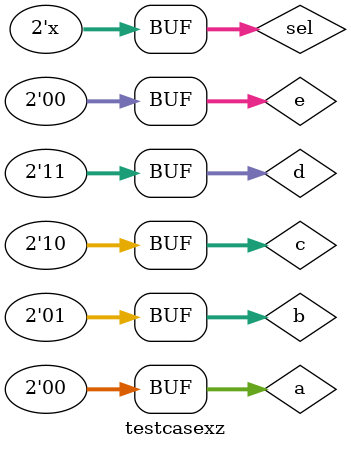
<source format=v>
module multiplex4t1(a,b,c,d,sel,out);
input [1:0] a,b,c,d;
input [1:0] sel;
output reg [1:0] out;
always@(*)begin 
case(sel) 
2'b00 : out=a;
2'b01 : out=b;
2'b10 : out=c;
2'b11 : out=d;
default :out=2'bxx;
endcase 
end 
endmodule 

module test_mux;
reg [1:0]a,b,c,d,sel;
wire[1:0] out ;

multiplex4t1 u0(a,b,c,d,sel,out);
initial 
 begin 
 sel=2'b00;
   a=00;
   b=01;
   c=10;
   d=11;
#10 sel=2'b01;
#10 sel=2'b10;
#10 sel=2'b11;
#10 sel=2'b1x;
#10 sel=2'bzx;

end 
initial begin 
$monitor("a=%b, b=%b, c=%b, d=%b, sel=%b, out=%b",a,b,c,d,sel,out);
end
endmodule 


module mux2to1(input a,b,sel, output reg out);
always @*
begin 
case (sel)
1'b0: out =a;
1'b1: out =b;
default: out=1'bx;
endcase
end  
endmodule 

module test2to1mux;
reg a,b,sel;
wire out;

mux2to1 u0(a,b,sel,out);
initial 
begin 
sel=1'b0; a=0; b=1;
#10  sel=1'b1;
#10 sel=1'bx;
#10 sel=1'bz;
end 
initial begin
$monitor("a=%b, b=%b, sel=%b, out=%b", a,b, sel,out);
end 
endmodule 


//////////////////conditional operator ////////////////////////
module mux(input a,b,sel, output out);
assign out =sel ? b:a;
endmodule 

module testmux;
reg a,b,sel;
wire out;

mux u0(a,b,sel,out);
initial 
begin 
sel=1'b0; a=0; b=1;
#10  sel=1'b1;
#10 sel=1'bx;
#10 sel=1'bz;
end 
initial begin
$monitor("a=%b, b=%b, sel=%b, out=%b", a,b, sel,out);
end 
endmodule 

///////////////////////////////////////////////////////////////
module allmux(input[1:0] a,b,c,d,sel, output reg [1:0]out);
always@*
begin
 case(sel)
2'b00 : out =a;
2'b01 : out =b;
2'b10 : out =c;
2'b11 : out =d;
2'b0x,2'bx0,2'b1x,2'bx1,2'bzx,2'bxx,2'bzx : begin 
out=2'bxx; $display("sel contain x");
end 
2'b0z,2'bz0,2'b1z,2'bz1,2'bzz :  begin 
out=2'bzz;
$display("sel contain z");
end 
default : $display("unspecified inptu");
endcase 
end 
endmodule 


module test_muxall;
reg [1:0]a,b,c,d,sel;
wire[1:0] out ;

allmux u0(a,b,c,d,sel,out);
initial 
 begin 
 sel=2'b00;
a=00;
b=01;
c=10;
d=11;
#10 sel=2'b01;
#10 sel=2'b10;
#10 sel=2'b11;
#10 sel=2'b1x;
#10 sel=2'bzz;
end 
initial begin 
$monitor("a=%b, b=%b, c=%b, d=%b, sel=%b, out=%b",a,b,c,d,sel,out);
end
endmodule 

///////////////////////////casex and casez //////////////////////////////////
module casexz (
  input [1:0] a, b, c, d, sel,e,
  output reg [1:0] out1,out2);
  always @*
  begin
    casex (sel)
      2'b0? : out1 = a;
      2'b0x : out1 = b;
      2'b10 : out1 = c;
      2'b11 : out1 = d;
      default : out1 = e;
    endcase
  end

  always @*
  begin
    casez (sel)
      2'b1? : out2 = a;
      2'b0x : out2 = b;
      2'b10 : out2 = c;
      2'b11 : out2 = d;
      default : out2 = e;
    endcase
  end
endmodule

module testcasexz;
  reg [1:0] a, b, c, d, sel;
  reg [1:0] e;
  wire [1:0] out1,out2;

  casexz u0(a, b, c, d, e, sel, out1,out2);

  initial
  begin
    sel = 2'b00;
    a = 2'b00;
    b = 2'b01;
    c = 2'b10;
    d = 2'b11;
    e = 2'b00; // Assign a value to e
    #10 sel = 2'b01;
    #10 sel = 2'b10;
    #10 sel = 2'b11;
    #10 sel = 2'b1x;
    #10 sel = 2'bzz;
  end

  initial
  begin
    $monitor("a=%b, b=%b, c=%b, d=%b, sel=%b, out1=%b,out2=%b, e=%b", a, b, c, d, sel, out1,out2, e);
  end
endmodule

</source>
